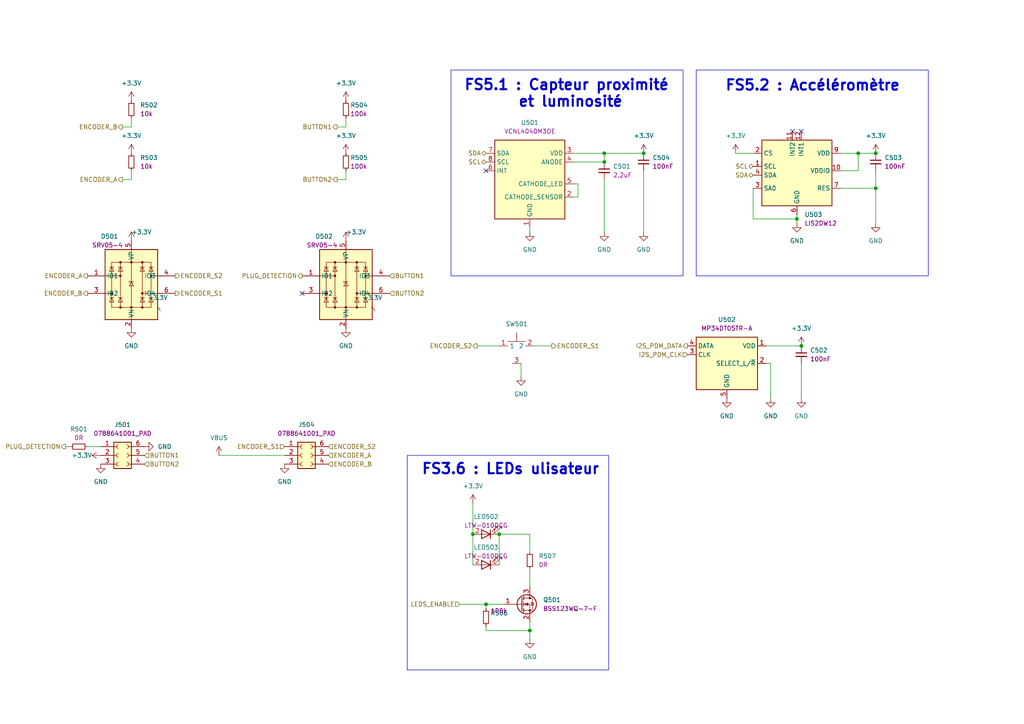
<source format=kicad_sch>
(kicad_sch (version 20231120) (generator "eeschema") (generator_version "8.0")
  (paper "A4")
  (lib_symbols
    (symbol ".mounted-lib:C_0402_100nF_50V_X7R_10%" (pin_numbers hide)
      (property "Reference" "C?" (at 1.905 0 0))
      (property "DisplayValue" "100nF" (at 1.905 1.905 0))
      (symbol "C_0402_100nF_50V_X7R_10%_0_1"
        (polyline (pts (xy -1.524 -0.508) (xy 1.524 -0.508)) (stroke (width 0.3302)))
        (polyline (pts (xy -1.524 0.508) (xy 1.524 0.508)) (stroke (width 0.3048)))
      )
      (symbol "C_0402_100nF_50V_X7R_10%_1_1"
        (pin passive line (at 0 2.54 270) (length 2.032) (name "~") (number "1"))
        (pin passive line (at 0 -2.54 90) (length 2.032) (name "~") (number "2"))
      )
    )
    (symbol ".mounted-lib:C_0603_2.2uF_10V_X7R_10%" (pin_numbers hide)
      (property "Reference" "C?" (at 1.905 0 0))
      (property "DisplayValue" "2.2uF" (at 1.905 1.905 0))
      (symbol "C_0603_2.2uF_10V_X7R_10%_0_1"
        (polyline (pts (xy -1.524 -0.508) (xy 1.524 -0.508)) (stroke (width 0.3302)))
        (polyline (pts (xy -1.524 0.508) (xy 1.524 0.508)) (stroke (width 0.3048)))
      )
      (symbol "C_0603_2.2uF_10V_X7R_10%_1_1"
        (pin passive line (at 0 2.54 270) (length 2.032) (name "~") (number "1"))
        (pin passive line (at 0 -2.54 90) (length 2.032) (name "~") (number "2"))
      )
    )
    (symbol ".mounted-lib:D_SRV05-4"
      (property "Reference" "D?" (at 1.27 6.35 0))
      (property "DisplayValue" "SRV05-4" (at 10.16 -7.62 0))
      (symbol "D_SRV05-4_0_0"
        (rectangle (start -5.715 6.477) (end 5.715 -6.604))
        (polyline (pts (xy -3.175 -6.604) (xy -3.175 6.477)))
        (polyline (pts (xy 3.175 6.477) (xy 3.175 -6.604)))
      )
      (symbol "D_SRV05-4_0_1"
        (rectangle (start -7.62 10.16) (end 7.62 -10.16) (stroke (width 0.254)) (fill (type background)))
        (circle (center -5.715 -2.54) (radius 0.2794) (fill (type outline)))
        (circle (center -3.175 -6.604) (radius 0.2794) (fill (type outline)))
        (circle (center -3.175 2.54) (radius 0.2794) (fill (type outline)))
        (circle (center -3.175 6.477) (radius 0.2794) (fill (type outline)))
        (circle (center 0 -6.604) (radius 0.2794) (fill (type outline)))
        (polyline (pts (xy -7.747 2.54) (xy -3.175 2.54)))
        (polyline (pts (xy -7.62 -2.54) (xy -5.715 -2.54)))
        (polyline (pts (xy -5.08 -3.81) (xy -6.35 -3.81)))
        (polyline (pts (xy -5.08 5.08) (xy -6.35 5.08)))
        (polyline (pts (xy -2.54 -3.81) (xy -3.81 -3.81)))
        (polyline (pts (xy -2.54 5.08) (xy -3.81 5.08)))
        (polyline (pts (xy 0 10.16) (xy 0 -10.16)))
        (polyline (pts (xy 3.81 -3.81) (xy 2.54 -3.81)))
        (polyline (pts (xy 3.81 5.08) (xy 2.54 5.08)))
        (polyline (pts (xy 6.35 -3.81) (xy 5.08 -3.81)))
        (polyline (pts (xy 6.35 5.08) (xy 5.08 5.08)))
        (polyline (pts (xy 7.62 -2.54) (xy 3.175 -2.54)))
        (polyline (pts (xy 7.62 2.54) (xy 5.715 2.54)))
        (polyline (pts (xy 0.635 0.889) (xy -0.635 0.889) (xy -0.635 0.635)))
        (polyline (pts (xy -5.08 -5.08) (xy -6.35 -5.08) (xy -5.715 -3.81) (xy -5.08 -5.08)))
        (polyline (pts (xy -5.08 3.81) (xy -6.35 3.81) (xy -5.715 5.08) (xy -5.08 3.81)))
        (polyline (pts (xy -2.54 -5.08) (xy -3.81 -5.08) (xy -3.175 -3.81) (xy -2.54 -5.08)))
        (polyline (pts (xy -2.54 3.81) (xy -3.81 3.81) (xy -3.175 5.08) (xy -2.54 3.81)))
        (polyline (pts (xy 0.635 -0.381) (xy -0.635 -0.381) (xy 0 0.889) (xy 0.635 -0.381)))
        (polyline (pts (xy 3.81 -5.08) (xy 2.54 -5.08) (xy 3.175 -3.81) (xy 3.81 -5.08)))
        (polyline (pts (xy 3.81 3.81) (xy 2.54 3.81) (xy 3.175 5.08) (xy 3.81 3.81)))
        (polyline (pts (xy 6.35 -5.08) (xy 5.08 -5.08) (xy 5.715 -3.81) (xy 6.35 -5.08)))
        (polyline (pts (xy 6.35 3.81) (xy 5.08 3.81) (xy 5.715 5.08) (xy 6.35 3.81)))
        (circle (center 0 6.477) (radius 0.2794) (fill (type outline)))
        (circle (center 3.175 -6.604) (radius 0.2794) (fill (type outline)))
        (circle (center 3.175 -2.54) (radius 0.2794) (fill (type outline)))
        (circle (center 3.175 6.477) (radius 0.2794) (fill (type outline)))
        (circle (center 5.715 2.54) (radius 0.2794) (fill (type outline)))
      )
      (symbol "D_SRV05-4_1_1"
        (pin passive line (at -12.7 2.54 0) (length 5.08) (name "IO1") (number "1"))
        (pin passive line (at 0 -12.7 90) (length 2.54) (name "VN") (number "2"))
        (pin passive line (at -12.7 -2.54 0) (length 5.08) (name "IO2") (number "3"))
        (pin passive line (at 12.7 2.54 180) (length 5.08) (name "IO3") (number "4"))
        (pin passive line (at 0 12.7 270) (length 2.54) (name "VP") (number "5"))
        (pin passive line (at 12.7 -2.54 180) (length 5.08) (name "IO4") (number "6"))
      )
    )
    (symbol ".mounted-lib:J_0788641001_PAD" (in_bom no)
      (property "Reference" "J?" (at 0 7.62 0))
      (property "DisplayValue" "0788641001_PAD" (at 0 5.08 0))
      (symbol "J_0788641001_PAD_1_1"
        (rectangle (start -2.54 3.81) (end 2.54 -3.81) (stroke (width 0.254)) (fill (type background)))
        (arc (start -1.2722 0.508) (mid -1.778 0) (end -1.2722 -0.508) (stroke (width 0.1524)))
        (arc (start -1.2722 3.048) (mid -1.778 2.54) (end -1.2722 2.032) (stroke (width 0.1524)))
        (arc (start -1.27 -2.032) (mid -1.7758 -2.54) (end -1.27 -3.048) (stroke (width 0.1524)))
        (polyline (pts (xy -2.5422 0) (xy -1.7802 0)) (stroke (width 0.1524)))
        (polyline (pts (xy -2.5422 2.54) (xy -1.7802 2.54)) (stroke (width 0.1524)))
        (polyline (pts (xy -2.54 -2.54) (xy -1.778 -2.54)) (stroke (width 0.1524)))
        (polyline (pts (xy 2.54 0) (xy 1.778 0)) (stroke (width 0.1524)))
        (polyline (pts (xy 2.54 2.54) (xy 1.778 2.54)) (stroke (width 0.1524)))
        (polyline (pts (xy 2.5422 -2.54) (xy 1.7802 -2.54)) (stroke (width 0.1524)))
        (arc (start 1.27 -0.508) (mid 1.7758 0) (end 1.27 0.508) (stroke (width 0.1524)))
        (arc (start 1.27 2.032) (mid 1.7758 2.54) (end 1.27 3.048) (stroke (width 0.1524)))
        (arc (start 1.2722 -3.048) (mid 1.778 -2.54) (end 1.2722 -2.032) (stroke (width 0.1524)))
        (pin passive line (at -6.35 2.54 0) (length 3.81) (name "") (number "1"))
        (pin passive line (at -6.35 0 0) (length 3.81) (name "") (number "2"))
        (pin passive line (at -6.35 -2.54 0) (length 3.81) (name "") (number "3"))
        (pin passive line (at 6.35 -2.54 180) (length 3.81) (name "") (number "4"))
        (pin passive line (at 6.35 0 180) (length 3.81) (name "") (number "5"))
        (pin passive line (at 6.35 2.54 180) (length 3.81) (name "") (number "6"))
      )
    )
    (symbol ".mounted-lib:LED_LTW-010DCG" (pin_names hide)
      (property "Reference" "LED?" (at -5.08 7.62 0))
      (property "DisplayValue" "LTW-010DCG" (at -5.08 3.81 0))
      (symbol "LED_LTW-010DCG_0_1"
        (polyline (pts (xy 1.27 0) (xy -1.27 0)))
        (polyline (pts (xy 1.27 1.27) (xy 1.27 -1.27)) (stroke (width 0.254)))
        (polyline (pts (xy -1.27 1.27) (xy -1.27 -1.27) (xy 1.27 0) (xy -1.27 1.27)) (stroke (width 0.254)))
        (polyline (pts (xy 1.778 0.762) (xy 3.302 2.286) (xy 2.54 2.286) (xy 3.302 2.286) (xy 3.302 1.524)))
        (polyline (pts (xy 3.048 0.762) (xy 4.572 2.286) (xy 3.81 2.286) (xy 4.572 2.286) (xy 4.572 1.524)))
      )
      (symbol "LED_LTW-010DCG_1_1"
        (pin passive line (at 3.81 0 180) (length 2.54) (name "K") (number "1"))
        (pin passive line (at -3.81 0 0) (length 2.54) (name "A") (number "2"))
      )
    )
    (symbol ".mounted-lib:Q_BSS123WQ-7-F" (pin_names hide)
      (property "Reference" "Q?" (at 5.08 1.905 0))
      (property "DisplayValue" "BSS123WQ-7-F" (at 5.08 0 0))
      (symbol "Q_BSS123WQ-7-F_0_1"
        (polyline (pts (xy 0.254 0) (xy -2.54 0)))
        (polyline (pts (xy 0.254 1.905) (xy 0.254 -1.905)) (stroke (width 0.254)))
        (polyline (pts (xy 0.762 -1.27) (xy 0.762 -2.286)) (stroke (width 0.254)))
        (polyline (pts (xy 0.762 0.508) (xy 0.762 -0.508)) (stroke (width 0.254)))
        (polyline (pts (xy 0.762 2.286) (xy 0.762 1.27)) (stroke (width 0.254)))
        (polyline (pts (xy 2.54 2.54) (xy 2.54 1.778)))
        (polyline (pts (xy 2.54 -2.54) (xy 2.54 0) (xy 0.762 0)))
        (polyline (pts (xy 0.762 -1.778) (xy 3.302 -1.778) (xy 3.302 1.778) (xy 0.762 1.778)))
        (polyline (pts (xy 1.016 0) (xy 2.032 0.381) (xy 2.032 -0.381) (xy 1.016 0)) (fill (type outline)))
        (polyline (pts (xy 2.794 0.508) (xy 2.921 0.381) (xy 3.683 0.381) (xy 3.81 0.254)))
        (polyline (pts (xy 3.302 0.381) (xy 2.921 -0.254) (xy 3.683 -0.254) (xy 3.302 0.381)))
        (circle (center 1.651 0) (radius 2.794) (stroke (width 0.254)))
        (circle (center 2.54 -1.778) (radius 0.254) (fill (type outline)))
        (circle (center 2.54 1.778) (radius 0.254) (fill (type outline)))
      )
      (symbol "Q_BSS123WQ-7-F_1_1"
        (pin input line (at -5.08 0 0) (length 2.54) (name "G") (number "1"))
        (pin passive line (at 2.54 -5.08 90) (length 2.54) (name "S") (number "2"))
        (pin passive line (at 2.54 5.08 270) (length 2.54) (name "D") (number "3"))
      )
    )
    (symbol ".mounted-lib:R_0402_0R_1%_0.06W" (pin_numbers hide)
      (property "Reference" "R?" (at 1.27 0 0))
      (property "DisplayValue" "0R" (at 1.27 1.905 0))
      (symbol "R_0402_0R_1%_0.06W_0_1"
        (rectangle (start -0.762 1.778) (end 0.762 -1.778) (stroke (width 0.2032)))
      )
      (symbol "R_0402_0R_1%_0.06W_1_1"
        (pin passive line (at 0 2.54 270) (length 0.762) (name "~") (number "1"))
        (pin passive line (at 0 -2.54 90) (length 0.762) (name "~") (number "2"))
      )
    )
    (symbol ".mounted-lib:R_0402_100k_1%_0.06W" (pin_numbers hide)
      (property "Reference" "R?" (at 1.27 0 0))
      (property "DisplayValue" "100k" (at 1.27 1.905 0))
      (symbol "R_0402_100k_1%_0.06W_0_1"
        (rectangle (start -0.762 1.778) (end 0.762 -1.778) (stroke (width 0.2032)))
      )
      (symbol "R_0402_100k_1%_0.06W_1_1"
        (pin passive line (at 0 2.54 270) (length 0.762) (name "~") (number "1"))
        (pin passive line (at 0 -2.54 90) (length 0.762) (name "~") (number "2"))
      )
    )
    (symbol ".mounted-lib:R_0402_10k_1%_0.06W" (pin_numbers hide)
      (property "Reference" "R?" (at 1.27 0 0))
      (property "DisplayValue" "10k" (at 1.27 1.905 0))
      (symbol "R_0402_10k_1%_0.06W_0_1"
        (rectangle (start -0.762 1.778) (end 0.762 -1.778) (stroke (width 0.2032)))
      )
      (symbol "R_0402_10k_1%_0.06W_1_1"
        (pin passive line (at 0 2.54 270) (length 0.762) (name "~") (number "1"))
        (pin passive line (at 0 -2.54 90) (length 0.762) (name "~") (number "2"))
      )
    )
    (symbol ".mounted-lib:SW_SKRTLAE010"
      (property "Reference" "SW?" (at -2.54 3.81 0))
      (symbol "SW_SKRTLAE010_0_1"
        (polyline (pts (xy 0 2.54) (xy 0 0) (xy 2.54 0) (xy -2.54 0)))
      )
      (symbol "SW_SKRTLAE010_1_1"
        (pin input line (at -5.08 -1.27 0) (length 2.54) (name "1") (number "1"))
        (pin output line (at 5.08 -1.27 180) (length 2.54) (name "2") (number "2"))
        (pin passive line (at 1.27 -6.35 180) (length 2.54) (name "") (number "3"))
      )
    )
    (symbol ".mounted-lib:U_LIS2DW12"
      (property "Reference" "U?" (at -11.43 26.67 0))
      (property "DisplayValue" "LIS2DW12" (at -40.64 19.05 0))
      (symbol "U_LIS2DW12_0_1"
        (rectangle (start -10.16 10.16) (end 10.16 -8.89) (stroke (width 0.254)) (fill (type background)))
      )
      (symbol "U_LIS2DW12_1_0"
        (pin power_in line (at 12.7 1.27 180) (length 2.54) (name "VDDIO") (number "10"))
        (pin power_in line (at -1.27 12.7 270) (length 2.54) (name "INT2") (number "11"))
        (pin power_in line (at 1.27 12.7 270) (length 2.54) (name "INT1") (number "12"))
        (pin no_connect line (at -3.81 -11.43 90) (length 2.54) hide (name "NC") (number "5"))
        (pin passive line (at 0 -11.43 90) (length 2.54) (name "GND") (number "6"))
        (pin passive line (at 12.7 -3.81 180) (length 2.54) (name "RES") (number "7"))
        (pin passive line (at 0 -11.43 90) (length 2.54) hide (name "GND") (number "8"))
        (pin power_in line (at 12.7 6.35 180) (length 2.54) (name "VDD") (number "9"))
      )
      (symbol "U_LIS2DW12_1_1"
        (pin passive line (at -12.7 2.54 0) (length 2.54) (name "SCL") (number "1"))
        (pin passive line (at -12.7 6.35 0) (length 2.54) (name "CS") (number "2"))
        (pin passive line (at -12.7 -3.81 0) (length 2.54) (name "SA0") (number "3"))
        (pin passive line (at -12.7 0 0) (length 2.54) (name "SDA") (number "4"))
      )
    )
    (symbol ".mounted-lib:U_MP34DT05TR-A"
      (property "Reference" "U?" (at -8.89 12.7 0))
      (property "DisplayValue" "MP34DT05TR-A" (at -8.89 10.16 0))
      (symbol "U_MP34DT05TR-A_0_1"
        (rectangle (start -8.89 7.62) (end 8.89 -7.62) (stroke (width 0.254)) (fill (type background)))
      )
      (symbol "U_MP34DT05TR-A_1_0"
        (pin power_in line (at 11.43 5.08 180) (length 2.54) (name "VDD") (number "1"))
        (pin passive line (at 11.43 0 180) (length 2.54) (name "SELECT_L/~{R}") (number "2"))
        (pin input line (at -11.43 2.54 0) (length 2.54) (name "CLK") (number "3"))
        (pin passive line (at 0 -10.16 90) (length 2.54) (name "GND") (number "5"))
      )
      (symbol "U_MP34DT05TR-A_1_1"
        (pin output line (at -11.43 5.08 0) (length 2.54) (name "DATA") (number "4"))
      )
    )
    (symbol ".mounted-lib:U_VCNL4040M3OE"
      (property "Reference" "U?" (at -10.16 15.24 0))
      (property "DisplayValue" "VCNL4040M3OE" (at -10.16 12.7 0))
      (symbol "U_VCNL4040M3OE_0_1"
        (rectangle (start -10.16 11.43) (end 10.16 -11.43) (stroke (width 0.254)) (fill (type background)))
      )
      (symbol "U_VCNL4040M3OE_1_0"
        (pin passive line (at 12.7 -5.08 180) (length 2.54) (name "CATHODE_SENSOR") (number "2"))
        (pin power_in line (at 12.7 7.62 180) (length 2.54) (name "VDD") (number "3"))
        (pin passive line (at 12.7 5.08 180) (length 2.54) (name "ANODE") (number "4"))
        (pin passive line (at 12.7 -1.27 180) (length 2.54) (name "CATHODE_LED") (number "5"))
        (pin passive line (at -12.7 2.54 0) (length 2.54) (name "INT") (number "6"))
        (pin passive line (at -12.7 7.62 0) (length 2.54) (name "SDA") (number "7"))
        (pin passive line (at -12.7 5.08 0) (length 2.54) (name "SCL") (number "8"))
      )
      (symbol "U_VCNL4040M3OE_1_1"
        (pin passive line (at 0 -13.97 90) (length 2.54) (name "GND") (number "1"))
      )
    )
    (symbol "power:+3.3V" (power) (pin_names (offset 0))
      (property "Value" "+3.3V" (at 0 3.556 0))
      (symbol "+3.3V_0_1"
        (polyline (pts (xy -0.762 1.27) (xy 0 2.54)))
        (polyline (pts (xy 0 0) (xy 0 2.54)))
        (polyline (pts (xy 0 2.54) (xy 0.762 1.27)))
      )
      (symbol "+3.3V_1_1"
        (pin power_in line (at 0 0 90) (length 0) hide (name "+3.3V") (number "1"))
      )
    )
    (symbol "power:GND" (power) (pin_names (offset 0))
      (property "Value" "GND" (at 0 -3.81 0))
      (symbol "GND_0_1"
        (polyline (pts (xy 0 0) (xy 0 -1.27) (xy 1.27 -1.27) (xy 0 -2.54) (xy -1.27 -1.27) (xy 0 -1.27)))
      )
      (symbol "GND_1_1"
        (pin power_in line (at 0 0 270) (length 0) hide (name "GND") (number "1"))
      )
    )
    (symbol "power:VBUS" (power) (pin_names (offset 0))
      (property "Value" "VBUS" (at 0 3.81 0))
      (symbol "VBUS_0_1"
        (polyline (pts (xy -0.762 1.27) (xy 0 2.54)))
        (polyline (pts (xy 0 0) (xy 0 2.54)))
        (polyline (pts (xy 0 2.54) (xy 0.762 1.27)))
      )
      (symbol "VBUS_1_1"
        (pin power_in line (at 0 0 90) (length 0) hide (name "VBUS") (number "1"))
      )
    )
  )
  (junction (at 144.78 154.94))
  (junction (at 175.26 44.45))
  (junction (at 248.92 44.45))
  (junction (at 186.69 44.45))
  (junction (at 137.16 154.94))
  (junction (at 175.26 46.99))
  (junction (at 232.41 100.33))
  (junction (at 140.97 175.26))
  (junction (at 254 44.45))
  (junction (at 231.14 63.5))
  (junction (at 153.67 182.88))
  (junction (at 254 54.61))
  (no_connect (at 140.97 49.53))
  (no_connect (at 229.87 38.1))
  (no_connect (at 232.41 38.1))
  (no_connect (at 87.63 85.09))
  (wire (pts (xy 175.26 67.31) (xy 175.26 52.07)))
  (wire (pts (xy 248.92 44.45) (xy 254 44.45)))
  (wire (pts (xy 100.33 52.07) (xy 100.33 49.53)))
  (wire (pts (xy 100.33 36.83) (xy 100.33 34.29)))
  (wire (pts (xy 248.92 49.53) (xy 248.92 44.45)))
  (wire (pts (xy 140.97 181.61) (xy 140.97 182.88)))
  (wire (pts (xy 153.67 154.94) (xy 144.78 154.94)))
  (wire (pts (xy 137.16 154.94) (xy 137.16 163.83)))
  (wire (pts (xy 231.14 64.77) (xy 231.14 63.5)))
  (wire (pts (xy 222.25 100.33) (xy 232.41 100.33)))
  (wire (pts (xy 243.84 54.61) (xy 254 54.61)))
  (wire (pts (xy 153.67 160.02) (xy 153.67 154.94)))
  (wire (pts (xy 19.05 129.54) (xy 20.32 129.54)))
  (wire (pts (xy 97.79 36.83) (xy 100.33 36.83)))
  (wire (pts (xy 218.44 63.5) (xy 231.14 63.5)))
  (wire (pts (xy 63.5 132.08) (xy 82.55 132.08)))
  (wire (pts (xy 175.26 44.45) (xy 175.26 46.99)))
  (wire (pts (xy 144.78 154.94) (xy 144.78 163.83)))
  (wire (pts (xy 133.35 175.26) (xy 140.97 175.26)))
  (wire (pts (xy 254 54.61) (xy 254 64.77)))
  (wire (pts (xy 218.44 54.61) (xy 218.44 63.5)))
  (wire (pts (xy 35.56 52.07) (xy 38.1 52.07)))
  (wire (pts (xy 254 49.53) (xy 254 54.61)))
  (wire (pts (xy 213.36 44.45) (xy 218.44 44.45)))
  (wire (pts (xy 153.67 165.1) (xy 153.67 170.18)))
  (wire (pts (xy 175.26 44.45) (xy 186.69 44.45)))
  (wire (pts (xy 186.69 67.31) (xy 186.69 49.53)))
  (wire (pts (xy 35.56 36.83) (xy 38.1 36.83)))
  (wire (pts (xy 166.37 53.34) (xy 167.64 53.34)))
  (wire (pts (xy 166.37 44.45) (xy 175.26 44.45)))
  (wire (pts (xy 38.1 36.83) (xy 38.1 34.29)))
  (wire (pts (xy 167.64 57.15) (xy 166.37 57.15)))
  (wire (pts (xy 153.67 180.34) (xy 153.67 182.88)))
  (wire (pts (xy 25.4 129.54) (xy 29.21 129.54)))
  (wire (pts (xy 38.1 52.07) (xy 38.1 49.53)))
  (wire (pts (xy 223.52 105.41) (xy 223.52 115.57)))
  (wire (pts (xy 153.67 182.88) (xy 153.67 185.42)))
  (wire (pts (xy 222.25 105.41) (xy 223.52 105.41)))
  (wire (pts (xy 243.84 44.45) (xy 248.92 44.45)))
  (wire (pts (xy 140.97 176.53) (xy 140.97 175.26)))
  (wire (pts (xy 97.79 52.07) (xy 100.33 52.07)))
  (wire (pts (xy 231.14 63.5) (xy 231.14 62.23)))
  (wire (pts (xy 140.97 175.26) (xy 146.05 175.26)))
  (wire (pts (xy 153.67 67.31) (xy 153.67 66.04)))
  (wire (pts (xy 151.13 109.22) (xy 151.13 105.41)))
  (wire (pts (xy 167.64 53.34) (xy 167.64 57.15)))
  (wire (pts (xy 137.16 146.05) (xy 137.16 154.94)))
  (wire (pts (xy 243.84 49.53) (xy 248.92 49.53)))
  (wire (pts (xy 138.43 100.33) (xy 144.78 100.33)))
  (wire (pts (xy 160.02 100.33) (xy 154.94 100.33)))
  (wire (pts (xy 140.97 182.88) (xy 153.67 182.88)))
  (wire (pts (xy 166.37 46.99) (xy 175.26 46.99)))
  (wire (pts (xy 232.41 105.41) (xy 232.41 115.57)))
  (rectangle (start 201.93 20.32) (end 269.24 80.01))
  (rectangle (start 118.11 132.08) (end 176.53 194.31))
  (rectangle (start 130.81 20.32) (end 198.12 80.01))
  (text "FS5.2 : Accéléromètre" (at 235.712 24.892 0) (effects (font (size 3 3) (thickness 0.6) (bold yes))))
  (text "FS5.1 : Capteur proximité\n et luminosité" (at 164.338 27.178 0) (effects (font (size 3 3) (thickness 0.6) (bold yes))))
  (text "FS3.6 : LEDs ulisateur" (at 148.082 136.144 0) (effects (font (size 3 3) (thickness 0.6) (bold yes))))
  (hierarchical_label "ENCODER_A" (shape output) (at 35.56 52.07 180))
  (hierarchical_label "PLUG_DETECTION" (shape output) (at 87.63 80.01 180))
  (hierarchical_label "ENCODER_A" (shape output) (at 25.4 80.01 180))
  (hierarchical_label "ENCODER_S2" (shape input) (at 95.25 129.54 0))
  (hierarchical_label "ENCODER_B" (shape output) (at 25.4 85.09 180))
  (hierarchical_label "BUTTON1" (shape input) (at 113.03 80.01 0))
  (hierarchical_label "ENCODER_B" (shape input) (at 95.25 134.62 0))
  (hierarchical_label "SCL" (shape bidirectional) (at 140.97 46.99 180))
  (hierarchical_label "I2S_PDM_DATA" (shape output) (at 199.39 100.33 180))
  (hierarchical_label "BUTTON1" (shape input) (at 41.91 132.08 0))
  (hierarchical_label "ENCODER_S2" (shape output) (at 138.43 100.33 180))
  (hierarchical_label "BUTTON2" (shape output) (at 97.79 52.07 180))
  (hierarchical_label "ENCODER_S2" (shape output) (at 50.8 80.01 0))
  (hierarchical_label "BUTTON2" (shape input) (at 41.91 134.62 0))
  (hierarchical_label "SDA" (shape bidirectional) (at 140.97 44.45 180))
  (hierarchical_label "ENCODER_S1" (shape output) (at 50.8 85.09 0))
  (hierarchical_label "BUTTON1" (shape output) (at 97.79 36.83 180))
  (hierarchical_label "LEDS_ENABLE" (shape input) (at 133.35 175.26 180))
  (hierarchical_label "SCL" (shape bidirectional) (at 218.44 48.26 180))
  (hierarchical_label "SDA" (shape bidirectional) (at 218.44 50.8 180))
  (hierarchical_label "BUTTON2" (shape input) (at 113.03 85.09 0))
  (hierarchical_label "ENCODER_S1" (shape input) (at 82.55 129.54 180))
  (hierarchical_label "ENCODER_B" (shape output) (at 35.56 36.83 180))
  (hierarchical_label "PLUG_DETECTION" (shape output) (at 19.05 129.54 180))
  (hierarchical_label "I2S_PDM_CLK" (shape input) (at 199.39 102.87 180))
  (hierarchical_label "ENCODER_S1" (shape output) (at 160.02 100.33 0))
  (hierarchical_label "ENCODER_A" (shape input) (at 95.25 132.08 0))
  (symbol (lib_id ".mounted-lib:LED_LTW-010DCG") (at 140.97 163.83 0) (unit 1)
    (property "Reference" "LED503" (at 140.97 158.75 0))
    (property "Value" "LED_LTW-010DCG" (effects (hide yes)))
    (property "Footprint" ".mounted-lib:LED_LTW-010DCG" (effects (hide yes)))
    (property "Datasheet" "https://optoelectronics.liteon.com/upload/download/DS22-2010-0013/LTW-010DCG%20DS_171030.PDF" (effects (hide yes)))
    (property "Manufacturer" "Lite-On" (effects (hide yes)))
    (property "MPN" "LTW-010DCG" (effects (hide yes)))
    (property "DisplayValue" "LTW-010DCG" (at 140.97 161.29 0))
    (property "CMP_ID" "1089" (effects (hide yes)))
    (property "Category" "DIODE" (effects (hide yes)))
    (property "Family" "LED" (effects (hide yes)))
    (property "_Created" "JCN 2023-11-21" (effects (hide yes)))
    (property "Mount" "SMD" (effects (hide yes)))
    (property "Package" "LTW-010" (effects (hide yes)))
    (property "TempMin_C" "-30°C" (effects (hide yes)))
    (property "TempMax_C" "+85°C" (effects (hide yes)))
    (property "Automotive" "N" (effects (hide yes)))
    (property "MaxHeight_mm" "0.4mm" (effects (hide yes)))
  )
  (symbol (lib_id "power:GND") (at 223.52 115.57 0) (unit 1)
    (property "Reference" "#PWR0523" (effects (hide yes)))
    (property "Value" "GND" (at 223.52 120.65 0))
  )
  (symbol (lib_id "power:GND") (at 254 64.77 0) (unit 1)
    (property "Reference" "#PWR0528" (effects (hide yes)))
    (property "Value" "GND" (at 254 69.85 0))
  )
  (symbol (lib_id ".mounted-lib:R_0402_100k_1%_0.06W") (at 140.97 179.07 0) (unit 1)
    (property "Reference" "R506" (at 142.24 177.8 0) (effects (justify left)))
    (property "Value" "R_0402_100k_1%_0.06W" (effects (hide yes)))
    (property "Footprint" ".mounted-lib:R_0402_1005Metric" (effects (hide yes)))
    (property "Datasheet" "http://127.0.0.1" (effects (hide yes)))
    (property "DisplayValue" "100k" (at 142.24 177.165 0) (effects (justify left)))
    (property "CMP_ID" "1068" (effects (hide yes)))
    (property "Category" "RESISTOR" (effects (hide yes)))
    (property "Family" "THICK FILM" (effects (hide yes)))
    (property "_Created" "JCN 2023-11-24" (effects (hide yes)))
    (property "_Checked" "JCN 2022-05-18" (effects (hide yes)))
    (property "Mount" "SMD" (effects (hide yes)))
    (property "Package" "R0402" (effects (hide yes)))
    (property "TempMin_C" "-55°C" (effects (hide yes)))
    (property "TempMax_C" "155°C" (effects (hide yes)))
    (property "Automotive" "Y" (effects (hide yes)))
    (property "MaxHeight_mm" "0.35mm" (effects (hide yes)))
    (property "Tolerance" "1%" (effects (hide yes)))
    (property "Power_W" "0.06W" (effects (hide yes)))
  )
  (symbol (lib_id "power:+3.3V") (at 107.95 91.44 0) (unit 1)
    (property "Reference" "#PWR0515" (effects (hide yes)))
    (property "Value" "+3.3V" (at 107.95 86.36 0))
  )
  (symbol (lib_id "power:GND") (at 82.55 134.62 0) (unit 1)
    (property "Reference" "#PWR0510" (effects (hide yes)))
    (property "Value" "GND" (at 82.55 139.7 0))
  )
  (symbol (lib_id ".mounted-lib:U_MP34DT05TR-A") (at 210.82 105.41 0) (unit 1)
    (property "Reference" "U502" (at 210.82 92.71 0))
    (property "Value" "MP34DT05TR-A" (effects (hide yes)))
    (property "Footprint" ".mounted-lib:U_MP34DT05TR-A" (effects (hide yes)))
    (property "Datasheet" "https://www.st.com/content/ccc/resource/technical/document/datasheet/group3/c7/90/d3/f6/b7/e7/40/c8/DM00415595/files/DM00415595.pdf/jcr:content/translations/en.DM00415595.pdf" (effects (hide yes)))
    (property "Manufacturer" "ST" (effects (hide yes)))
    (property "MPN" "MP34DT05TR-A" (effects (hide yes)))
    (property "DisplayValue" "MP34DT05TR-A" (at 210.82 95.25 0))
    (property "CMP_ID" "1085" (effects (hide yes)))
    (property "Category" "IC" (effects (hide yes)))
    (property "Family" "PDM MICROPHONE" (effects (hide yes)))
    (property "_Created" "JCN 2023-11-16" (effects (hide yes)))
    (property "_Checked" "___Checked" (effects (hide yes)))
    (property "_Confirmed" "___Confirmed" (effects (hide yes)))
    (property "Mount" "SMD" (effects (hide yes)))
    (property "Package" "HCLGA" (effects (hide yes)))
    (property "PartStatus" "___PartStatus" (effects (hide yes)))
    (property "TempMin_C" "-40°C" (effects (hide yes)))
    (property "TempMax_C" "85°C" (effects (hide yes)))
    (property "Automotive" "N" (effects (hide yes)))
    (property "MaxHeight_mm" "1mm" (effects (hide yes)))
  )
  (symbol (lib_id ".mounted-lib:C_0603_2.2uF_10V_X7R_10%") (at 175.26 49.53 0) (unit 1)
    (property "Reference" "C501" (at 177.8 48.2663 0) (effects (justify left)))
    (property "Value" "C_0603_2.2uF_10V_X7R_10%" (effects (hide yes)))
    (property "Footprint" ".mounted-lib:C_0603_1608Metric" (effects (hide yes)))
    (property "Datasheet" "http://127.0.0.1" (effects (hide yes)))
    (property "DisplayValue" "2.2uF" (at 177.8 50.8063 0) (effects (justify left)))
    (property "CMP_ID" "1064" (effects (hide yes)))
    (property "Category" "CAPACITOR" (effects (hide yes)))
    (property "Family" "MLCC" (effects (hide yes)))
    (property "_Created" "CCN 2022-05-12" (effects (hide yes)))
    (property "_Checked" "JCN 2022-05-18" (effects (hide yes)))
    (property "_Confirmed" "_Confirmed" (effects (hide yes)))
    (property "Mount" "SMD" (effects (hide yes)))
    (property "Package" "0603" (effects (hide yes)))
    (property "TempMin_C" "-55°C" (effects (hide yes)))
    (property "TempMax_C" "125°C" (effects (hide yes)))
    (property "Automotive" "N" (effects (hide yes)))
    (property "MaxHeight_mm" "0.8mm" (effects (hide yes)))
    (property "Voltage" "10V" (effects (hide yes)))
    (property "Dielectric" "X7R" (effects (hide yes)))
    (property "Tolerance" "10%" (effects (hide yes)))
  )
  (symbol (lib_id "power:GND") (at 175.26 67.31 0) (unit 1)
    (property "Reference" "#PWR0524" (effects (hide yes)))
    (property "Value" "GND" (at 175.26 72.39 0))
  )
  (symbol (lib_id "power:+3.3V") (at 213.36 44.45 0) (unit 1)
    (property "Reference" "#PWR0519" (effects (hide yes)))
    (property "Value" "+3.3V" (at 213.36 39.37 0))
  )
  (symbol (lib_id "power:GND") (at 210.82 115.57 0) (unit 1)
    (property "Reference" "#PWR0521" (effects (hide yes)))
    (property "Value" "GND" (at 210.82 120.65 0))
  )
  (symbol (lib_id "power:GND") (at 38.1 95.25 0) (unit 1)
    (property "Reference" "#PWR0506" (effects (hide yes)))
    (property "Value" "GND" (at 38.1 100.33 0))
  )
  (symbol (lib_id ".mounted-lib:U_VCNL4040M3OE") (at 153.67 52.07 0) (unit 1)
    (property "Reference" "U501" (at 153.67 35.56 0))
    (property "Value" "U_VCNL4040M3OE" (effects (hide yes)))
    (property "Footprint" ".mounted-lib:VCNL4040_4X2X1.1_VISHAY" (effects (hide yes)))
    (property "Datasheet" "https://datasheet.lcsc.com/lcsc/1811090420_Vishay-Intertech-VCNL4040M3OE_C142526.pdf" (effects (hide yes)))
    (property "Manufacturer" "VISHAY" (effects (hide yes)))
    (property "MPN" "VCNL4040M3OE" (effects (hide yes)))
    (property "DisplayValue" "VCNL4040M3OE" (at 153.67 38.1 0))
    (property "CMP_ID" "1063" (effects (hide yes)))
    (property "Category" "IC" (effects (hide yes)))
    (property "Family" "PROXIMITY SENSOR" (effects (hide yes)))
    (property "_Created" "JCN 2023-11-11" (effects (hide yes)))
    (property "_Checked" "___Checked" (effects (hide yes)))
    (property "_Confirmed" "___Confirmed" (effects (hide yes)))
    (property "Mount" "SMD" (effects (hide yes)))
    (property "Package" " SMD-8P" (effects (hide yes)))
    (property "PartStatus" "___PartStatus" (effects (hide yes)))
    (property "TempMin_C" "-40°C" (effects (hide yes)))
    (property "TempMax_C" "85°C" (effects (hide yes)))
    (property "Automotive" "N" (effects (hide yes)))
    (property "MaxHeight_mm" "1.1mm" (effects (hide yes)))
  )
  (symbol (lib_id ".mounted-lib:R_0402_100k_1%_0.06W") (at 100.33 46.99 0) (unit 1)
    (property "Reference" "R505" (at 101.6 45.72 0) (effects (justify left)))
    (property "Value" "R_0402_100k_1%_0.06W" (effects (hide yes)))
    (property "Footprint" ".mounted-lib:R_0402_1005Metric" (effects (hide yes)))
    (property "Datasheet" "http://127.0.0.1" (effects (hide yes)))
    (property "DisplayValue" "100k" (at 101.6 48.26 0) (effects (justify left)))
    (property "CMP_ID" "1068" (effects (hide yes)))
    (property "Category" "RESISTOR" (effects (hide yes)))
    (property "Family" "THICK FILM" (effects (hide yes)))
    (property "_Created" "JCN 2023-11-24" (effects (hide yes)))
    (property "_Checked" "JCN 2022-05-18" (effects (hide yes)))
    (property "Mount" "SMD" (effects (hide yes)))
    (property "Package" "R0402" (effects (hide yes)))
    (property "TempMin_C" "-55°C" (effects (hide yes)))
    (property "TempMax_C" "155°C" (effects (hide yes)))
    (property "Automotive" "Y" (effects (hide yes)))
    (property "MaxHeight_mm" "0.35mm" (effects (hide yes)))
    (property "Tolerance" "1%" (effects (hide yes)))
    (property "Power_W" "0.06W" (effects (hide yes)))
  )
  (symbol (lib_id ".mounted-lib:D_SRV05-4") (at 38.1 82.55 0) (unit 1)
    (property "Reference" "D501" (at 29.21 68.58 0) (effects (justify left)))
    (property "Value" "D_SRV05-4" (effects (hide yes)))
    (property "Footprint" ".mounted-lib:SOT-23-6_TECH_PUBLIC" (effects (hide yes)))
    (property "Datasheet" "https://datasheet.lcsc.com/lcsc/2108131930_TECH-PUBLIC-SRV05-4_C558418.pdf" (effects (hide yes)))
    (property "Manufacturer" "TECH PUBLIC" (effects (hide yes)))
    (property "MPN" "SRV05-4" (effects (hide yes)))
    (property "DisplayValue" "SRV05-4" (at 26.67 71.12 0) (effects (justify left)))
    (property "CMP_ID" "1053" (effects (hide yes)))
    (property "Category" "DIODE" (effects (hide yes)))
    (property "Family" "TVS" (effects (hide yes)))
    (property "_Created" "MAR 2022-07-25" (effects (hide yes)))
    (property "Mount" "SMD" (effects (hide yes)))
    (property "Package" "SOT-23-6" (effects (hide yes)))
    (property "TempMin_C" "-55°C" (effects (hide yes)))
    (property "TempMax_C" "150°C" (effects (hide yes)))
    (property "Automotive" "N" (effects (hide yes)))
    (property "MaxHeight_mm" "1.45 mm" (effects (hide yes)))
  )
  (symbol (lib_id "power:+3.3V") (at 38.1 29.21 0) (mirror y) (unit 1)
    (property "Reference" "#PWR0503" (effects (hide yes)))
    (property "Value" "+3.3V" (at 38.1 24.13 0))
  )
  (symbol (lib_id ".mounted-lib:Q_BSS123WQ-7-F") (at 151.13 175.26 0) (unit 1)
    (property "Reference" "Q501" (at 157.48 173.99 0) (effects (justify left)))
    (property "Value" "Q_BSS123WQ-7-F" (effects (hide yes)))
    (property "Footprint" ".mounted-lib:SOT-323_SC-70_DIODES_INC" (effects (hide yes)))
    (property "Datasheet" "https://www.diodes.com/assets/Datasheets/BSS123WQ.pdf" (effects (hide yes)))
    (property "Manufacturer" "DIODES INCORPORATED" (effects (hide yes)))
    (property "MPN" "BSS123WQ-7-F" (effects (hide yes)))
    (property "DisplayValue" "BSS123WQ-7-F" (at 157.48 176.53 0) (effects (justify left)))
    (property "CMP_ID" "1094" (effects (hide yes)))
    (property "Category" "TRANSISTOR" (effects (hide yes)))
    (property "Family" "MOSFET" (effects (hide yes)))
    (property "_Created" "CCN 2022-05-13" (effects (hide yes)))
    (property "_Checked" "LTT 2022-05-21" (effects (hide yes)))
    (property "Mount" "SMD" (effects (hide yes)))
    (property "Package" "SOT-323" (effects (hide yes)))
    (property "TempMin_C" "-55°C" (effects (hide yes)))
    (property "TempMax_C" "150°C" (effects (hide yes)))
    (property "Automotive" "N" (effects (hide yes)))
    (property "Power_W" "200mW" (effects (hide yes)))
    (property "Vds_V" "100V" (effects (hide yes)))
    (property "Id_A" "170mA" (effects (hide yes)))
    (property "RdsTyp" "6R" (effects (hide yes)))
    (property "RdsMax" "10R" (effects (hide yes)))
  )
  (symbol (lib_id "power:GND") (at 153.67 67.31 0) (unit 1)
    (property "Reference" "#PWR0520" (effects (hide yes)))
    (property "Value" "GND" (at 153.67 72.39 0))
  )
  (symbol (lib_id "power:+3.3V") (at 38.1 44.45 0) (mirror y) (unit 1)
    (property "Reference" "#PWR0504" (effects (hide yes)))
    (property "Value" "+3.3V" (at 38.1 39.37 0))
  )
  (symbol (lib_id "power:+3.3V") (at 38.1 69.85 0) (unit 1)
    (property "Reference" "#PWR0505" (effects (hide yes)))
    (property "Value" "+3.3V" (at 38.1 67.31 0) (effects (justify left)))
  )
  (symbol (lib_id ".mounted-lib:R_0402_10k_1%_0.06W") (at 38.1 46.99 0) (mirror y) (unit 1)
    (property "Reference" "R503" (at 40.64 45.72 0) (effects (justify right)))
    (property "Value" "R_0603_10k_1%_0.1W" (effects (hide yes)))
    (property "Footprint" ".mounted-lib:R_0402_1005Metric" (effects (hide yes)))
    (property "Datasheet" "http://127.0.0.1" (effects (hide yes)))
    (property "DisplayValue" "10k" (at 40.64 48.26 0) (effects (justify right)))
    (property "CMP_ID" "1070" (effects (hide yes)))
    (property "Category" "RESISTOR" (effects (hide yes)))
    (property "Family" "THICK FILM" (effects (hide yes)))
    (property "_Created" "JCN 2023-11-12" (effects (hide yes)))
    (property "Mount" "SMD" (effects (hide yes)))
    (property "Package" "R0402" (effects (hide yes)))
    (property "TempMin_C" "-55°C" (effects (hide yes)))
    (property "TempMax_C" "155°C" (effects (hide yes)))
    (property "Automotive" "Y" (effects (hide yes)))
    (property "MaxHeight_mm" "0.35mm" (effects (hide yes)))
    (property "Tolerance" "1%" (effects (hide yes)))
    (property "Power_W" "0.06W" (effects (hide yes)))
  )
  (symbol (lib_id "power:GND") (at 151.13 109.22 0) (unit 1)
    (property "Reference" "#PWR0518" (effects (hide yes)))
    (property "Value" "GND" (at 151.13 114.3 0))
  )
  (symbol (lib_id ".mounted-lib:D_SRV05-4") (at 100.33 82.55 0) (unit 1)
    (property "Reference" "D502" (at 91.44 68.58 0) (effects (justify left)))
    (property "Value" "D_SRV05-4" (effects (hide yes)))
    (property "Footprint" ".mounted-lib:SOT-23-6_TECH_PUBLIC" (effects (hide yes)))
    (property "Datasheet" "https://datasheet.lcsc.com/lcsc/2108131930_TECH-PUBLIC-SRV05-4_C558418.pdf" (effects (hide yes)))
    (property "Manufacturer" "TECH PUBLIC" (effects (hide yes)))
    (property "MPN" "SRV05-4" (effects (hide yes)))
    (property "DisplayValue" "SRV05-4" (at 88.9 71.12 0) (effects (justify left)))
    (property "CMP_ID" "1053" (effects (hide yes)))
    (property "Category" "DIODE" (effects (hide yes)))
    (property "Family" "TVS" (effects (hide yes)))
    (property "_Created" "MAR 2022-07-25" (effects (hide yes)))
    (property "Mount" "SMD" (effects (hide yes)))
    (property "Package" "SOT-23-6" (effects (hide yes)))
    (property "TempMin_C" "-55°C" (effects (hide yes)))
    (property "TempMax_C" "150°C" (effects (hide yes)))
    (property "Automotive" "N" (effects (hide yes)))
    (property "MaxHeight_mm" "1.45 mm" (effects (hide yes)))
  )
  (symbol (lib_id "power:+3.3V") (at 254 44.45 0) (unit 1)
    (property "Reference" "#PWR0527" (effects (hide yes)))
    (property "Value" "+3.3V" (at 254 39.37 0))
  )
  (symbol (lib_id ".mounted-lib:C_0402_100nF_50V_X7R_10%") (at 186.69 46.99 0) (unit 1)
    (property "Reference" "C504" (at 189.23 45.7263 0) (effects (justify left)))
    (property "Value" "C_0603_100nF_100V_X7R_10%" (effects (hide yes)))
    (property "Footprint" ".mounted-lib:C_0402_1005Metric" (effects (hide yes)))
    (property "Datasheet" "http://127.0.0.1" (effects (hide yes)))
    (property "DisplayValue" "100nF" (at 189.23 48.2663 0) (effects (justify left)))
    (property "CMP_ID" "1062" (effects (hide yes)))
    (property "Category" "CAPACITOR" (effects (hide yes)))
    (property "Family" "MLCC" (effects (hide yes)))
    (property "_Created" "LTT 2022-05-11" (effects (hide yes)))
    (property "_Checked" "MAR 2022-05-18" (effects (hide yes)))
    (property "Mount" "SMD" (effects (hide yes)))
    (property "Package" "C0603" (effects (hide yes)))
    (property "TempMin_C" "-55°C" (effects (hide yes)))
    (property "TempMax_C" "125°C" (effects (hide yes)))
    (property "Automotive" "N" (effects (hide yes)))
    (property "MaxHeight_mm" "0.5mm" (effects (hide yes)))
    (property "Voltage" "50V" (effects (hide yes)))
    (property "Dielectric" "X7R" (effects (hide yes)))
    (property "Tolerance" "10%" (effects (hide yes)))
  )
  (symbol (lib_id "power:+3.3V") (at 137.16 146.05 0) (unit 1)
    (property "Reference" "#PWR0516" (effects (hide yes)))
    (property "Value" "+3.3V" (at 137.16 140.97 0))
  )
  (symbol (lib_id "power:GND") (at 186.69 67.31 0) (unit 1)
    (property "Reference" "#PWR0530" (effects (hide yes)))
    (property "Value" "GND" (at 186.69 72.39 0))
  )
  (symbol (lib_id ".mounted-lib:SW_SKRTLAE010") (at 149.86 99.06 0) (unit 1)
    (property "Reference" "SW501" (at 149.86 93.98 0))
    (property "Value" "SW_SKRTLAE010" (effects (hide yes)))
    (property "Footprint" ".mounted-lib:SW_SKRTLAE010" (effects (hide yes)))
    (property "Datasheet" "https://datasheet.lcsc.com/lcsc/1809191932_ALPSALPINE-SKRTLAE010_C110293.pdf" (effects (hide yes)))
    (property "Manufacturer" "ALPS ALPINE" (effects (hide yes)))
    (property "MPN" "SKRTLAE010" (effects (hide yes)))
    (property "DisplayValue" "SKRTLAE010" (effects (hide yes)))
    (property "CMP_ID" "1084" (effects (hide yes)))
    (property "Category" "ELECTROMECHANICAL" (effects (hide yes)))
    (property "Family" "TACTILE SWITCH" (effects (hide yes)))
    (property "_Created" "JCN 2023-11-16" (effects (hide yes)))
    (property "Mount" "SMD" (effects (hide yes)))
    (property "Package" "RIGHT ANGLE" (effects (hide yes)))
    (property "PartStatus" "L3360" (effects (hide yes)))
    (property "TempMin_C" "-30°C" (effects (hide yes)))
    (property "TempMax_C" "85°C" (effects (hide yes)))
    (property "Automotive" "N" (effects (hide yes)))
    (property "MaxHeight_mm" "3.3mm" (effects (hide yes)))
  )
  (symbol (lib_id ".mounted-lib:R_0402_0R_1%_0.06W") (at 153.67 162.56 0) (unit 1)
    (property "Reference" "R507" (at 156.21 161.29 0) (effects (justify left)))
    (property "Value" "R_0402_0R_1%_0.06W" (effects (hide yes)))
    (property "Footprint" ".mounted-lib:R_0402_1005Metric" (effects (hide yes)))
    (property "Datasheet" "http://127.0.0.1" (effects (hide yes)))
    (property "DisplayValue" "0R" (at 156.21 163.83 0) (effects (justify left)))
    (property "CMP_ID" "1080" (effects (hide yes)))
    (property "Category" "RESISTOR" (effects (hide yes)))
    (property "Family" "THICK FILM" (effects (hide yes)))
    (property "_Created" "GCE 2022-05-12" (effects (hide yes)))
    (property "_Checked" "JCN 2022-05-18" (effects (hide yes)))
    (property "_Confirmed" "_Confirmed" (effects (hide yes)))
    (property "Mount" "SMD" (effects (hide yes)))
    (property "Package" "R0402" (effects (hide yes)))
    (property "TempMin_C" "-55°C" (effects (hide yes)))
    (property "TempMax_C" "+155°C" (effects (hide yes)))
    (property "Automotive" "N" (effects (hide yes)))
    (property "MaxHeight_mm" "0.35MM" (effects (hide yes)))
    (property "Tolerance" "1%" (effects (hide yes)))
    (property "Power_W" "0.06W" (effects (hide yes)))
  )
  (symbol (lib_id "power:+3.3V") (at 232.41 100.33 0) (unit 1)
    (property "Reference" "#PWR0525" (effects (hide yes)))
    (property "Value" "+3.3V" (at 232.41 95.25 0))
  )
  (symbol (lib_id "power:GND") (at 29.21 134.62 0) (unit 1)
    (property "Reference" "#PWR0502" (effects (hide yes)))
    (property "Value" "GND" (at 29.21 139.7 0))
  )
  (symbol (lib_id "power:GND") (at 153.67 185.42 0) (unit 1)
    (property "Reference" "#PWR0517" (effects (hide yes)))
    (property "Value" "GND" (at 153.67 190.5 0))
    (instances (project "Zoka-MainBoard" (path "" (reference "#PWR0517") (unit 1))) (project "prototype" (path "" (reference "#PWR?") (unit 1))))
  )
  (symbol (lib_id "power:GND") (at 232.41 115.57 0) (unit 1)
    (property "Reference" "#PWR0526" (effects (hide yes)))
    (property "Value" "GND" (at 232.41 120.65 0))
  )
  (symbol (lib_id "power:+3.3V") (at 186.69 44.45 0) (unit 1)
    (property "Reference" "#PWR0529" (effects (hide yes)))
    (property "Value" "+3.3V" (at 186.69 39.37 0))
  )
  (symbol (lib_id ".mounted-lib:R_0402_10k_1%_0.06W") (at 38.1 31.75 0) (mirror y) (unit 1)
    (property "Reference" "R502" (at 40.64 30.48 0) (effects (justify right)))
    (property "Value" "R_0603_10k_1%_0.1W" (effects (hide yes)))
    (property "Footprint" ".mounted-lib:R_0402_1005Metric" (effects (hide yes)))
    (property "Datasheet" "http://127.0.0.1" (effects (hide yes)))
    (property "DisplayValue" "10k" (at 40.64 33.02 0) (effects (justify right)))
    (property "CMP_ID" "1070" (effects (hide yes)))
    (property "Category" "RESISTOR" (effects (hide yes)))
    (property "Family" "THICK FILM" (effects (hide yes)))
    (property "_Created" "JCN 2023-11-12" (effects (hide yes)))
    (property "Mount" "SMD" (effects (hide yes)))
    (property "Package" "R0402" (effects (hide yes)))
    (property "TempMin_C" "-55°C" (effects (hide yes)))
    (property "TempMax_C" "155°C" (effects (hide yes)))
    (property "Automotive" "Y" (effects (hide yes)))
    (property "MaxHeight_mm" "0.35mm" (effects (hide yes)))
    (property "Tolerance" "1%" (effects (hide yes)))
    (property "Power_W" "0.06W" (effects (hide yes)))
  )
  (symbol (lib_id ".mounted-lib:LED_LTW-010DCG") (at 140.97 154.94 0) (unit 1)
    (property "Reference" "LED502" (at 140.97 149.86 0))
    (property "Value" "LED_LTW-010DCG" (effects (hide yes)))
    (property "Footprint" ".mounted-lib:LED_LTW-010DCG" (effects (hide yes)))
    (property "Datasheet" "https://optoelectronics.liteon.com/upload/download/DS22-2010-0013/LTW-010DCG%20DS_171030.PDF" (effects (hide yes)))
    (property "Manufacturer" "Lite-On" (effects (hide yes)))
    (property "MPN" "LTW-010DCG" (effects (hide yes)))
    (property "DisplayValue" "LTW-010DCG" (at 140.97 152.4 0))
    (property "CMP_ID" "1089" (effects (hide yes)))
    (property "Category" "DIODE" (effects (hide yes)))
    (property "Family" "LED" (effects (hide yes)))
    (property "_Created" "JCN 2023-11-21" (effects (hide yes)))
    (property "Mount" "SMD" (effects (hide yes)))
    (property "Package" "LTW-010" (effects (hide yes)))
    (property "TempMin_C" "-30°C" (effects (hide yes)))
    (property "TempMax_C" "+85°C" (effects (hide yes)))
    (property "Automotive" "N" (effects (hide yes)))
    (property "MaxHeight_mm" "0.4mm" (effects (hide yes)))
  )
  (symbol (lib_id ".mounted-lib:C_0402_100nF_50V_X7R_10%") (at 232.41 102.87 0) (unit 1)
    (property "Reference" "C502" (at 234.95 101.6063 0) (effects (justify left)))
    (property "Value" "C_0603_100nF_100V_X7R_10%" (effects (hide yes)))
    (property "Footprint" ".mounted-lib:C_0402_1005Metric" (effects (hide yes)))
    (property "Datasheet" "http://127.0.0.1" (effects (hide yes)))
    (property "DisplayValue" "100nF" (at 234.95 104.1463 0) (effects (justify left)))
    (property "CMP_ID" "1062" (effects (hide yes)))
    (property "Category" "CAPACITOR" (effects (hide yes)))
    (property "Family" "MLCC" (effects (hide yes)))
    (property "_Created" "LTT 2022-05-11" (effects (hide yes)))
    (property "_Checked" "MAR 2022-05-18" (effects (hide yes)))
    (property "Mount" "SMD" (effects (hide yes)))
    (property "Package" "C0603" (effects (hide yes)))
    (property "TempMin_C" "-55°C" (effects (hide yes)))
    (property "TempMax_C" "125°C" (effects (hide yes)))
    (property "Automotive" "N" (effects (hide yes)))
    (property "MaxHeight_mm" "0.5mm" (effects (hide yes)))
    (property "Voltage" "50V" (effects (hide yes)))
    (property "Dielectric" "X7R" (effects (hide yes)))
    (property "Tolerance" "10%" (effects (hide yes)))
  )
  (symbol (lib_id "power:+3.3V") (at 100.33 29.21 0) (unit 1)
    (property "Reference" "#PWR0511" (effects (hide yes)))
    (property "Value" "+3.3V" (at 100.33 24.13 0))
  )
  (symbol (lib_id ".mounted-lib:R_0402_100k_1%_0.06W") (at 100.33 31.75 0) (unit 1)
    (property "Reference" "R504" (at 101.6 30.48 0) (effects (justify left)))
    (property "Value" "R_0402_100k_1%_0.06W" (effects (hide yes)))
    (property "Footprint" ".mounted-lib:R_0402_1005Metric" (effects (hide yes)))
    (property "Datasheet" "http://127.0.0.1" (effects (hide yes)))
    (property "DisplayValue" "100k" (at 101.6 33.02 0) (effects (justify left)))
    (property "CMP_ID" "1068" (effects (hide yes)))
    (property "Category" "RESISTOR" (effects (hide yes)))
    (property "Family" "THICK FILM" (effects (hide yes)))
    (property "_Created" "JCN 2023-11-24" (effects (hide yes)))
    (property "_Checked" "JCN 2022-05-18" (effects (hide yes)))
    (property "Mount" "SMD" (effects (hide yes)))
    (property "Package" "R0402" (effects (hide yes)))
    (property "TempMin_C" "-55°C" (effects (hide yes)))
    (property "TempMax_C" "155°C" (effects (hide yes)))
    (property "Automotive" "Y" (effects (hide yes)))
    (property "MaxHeight_mm" "0.35mm" (effects (hide yes)))
    (property "Tolerance" "1%" (effects (hide yes)))
    (property "Power_W" "0.06W" (effects (hide yes)))
  )
  (symbol (lib_id ".mounted-lib:C_0402_100nF_50V_X7R_10%") (at 254 46.99 0) (unit 1)
    (property "Reference" "C503" (at 256.54 45.7263 0) (effects (justify left)))
    (property "Value" "C_0603_100nF_100V_X7R_10%" (effects (hide yes)))
    (property "Footprint" ".mounted-lib:C_0402_1005Metric" (effects (hide yes)))
    (property "Datasheet" "http://127.0.0.1" (effects (hide yes)))
    (property "DisplayValue" "100nF" (at 256.54 48.2663 0) (effects (justify left)))
    (property "CMP_ID" "1062" (effects (hide yes)))
    (property "Category" "CAPACITOR" (effects (hide yes)))
    (property "Family" "MLCC" (effects (hide yes)))
    (property "_Created" "LTT 2022-05-11" (effects (hide yes)))
    (property "_Checked" "MAR 2022-05-18" (effects (hide yes)))
    (property "Mount" "SMD" (effects (hide yes)))
    (property "Package" "C0603" (effects (hide yes)))
    (property "TempMin_C" "-55°C" (effects (hide yes)))
    (property "TempMax_C" "125°C" (effects (hide yes)))
    (property "Automotive" "N" (effects (hide yes)))
    (property "MaxHeight_mm" "0.5mm" (effects (hide yes)))
    (property "Voltage" "50V" (effects (hide yes)))
    (property "Dielectric" "X7R" (effects (hide yes)))
    (property "Tolerance" "10%" (effects (hide yes)))
  )
  (symbol (lib_id ".mounted-lib:R_0402_0R_1%_0.06W") (at 22.86 129.54 90) (unit 1)
    (property "Reference" "R501" (at 22.86 124.46 90))
    (property "Value" "R_0402_0R_1%_0.06W" (effects (hide yes)))
    (property "Footprint" ".mounted-lib:R_0402_1005Metric" (effects (hide yes)))
    (property "Datasheet" "http://127.0.0.1" (effects (hide yes)))
    (property "DisplayValue" "0R" (at 22.86 127 90))
    (property "CMP_ID" "1080" (effects (hide yes)))
    (property "Category" "RESISTOR" (effects (hide yes)))
    (property "Family" "THICK FILM" (effects (hide yes)))
    (property "_Created" "GCE 2022-05-12" (effects (hide yes)))
    (property "_Checked" "JCN 2022-05-18" (effects (hide yes)))
    (property "_Confirmed" "_Confirmed" (effects (hide yes)))
    (property "Mount" "SMD" (effects (hide yes)))
    (property "Package" "R0402" (effects (hide yes)))
    (property "TempMin_C" "-55°C" (effects (hide yes)))
    (property "TempMax_C" "+155°C" (effects (hide yes)))
    (property "Automotive" "N" (effects (hide yes)))
    (property "MaxHeight_mm" "0.35MM" (effects (hide yes)))
    (property "Tolerance" "1%" (effects (hide yes)))
    (property "Power_W" "0.06W" (effects (hide yes)))
  )
  (symbol (lib_id "power:GND") (at 41.91 129.54 90) (unit 1)
    (property "Reference" "#PWR0507" (effects (hide yes)))
    (property "Value" "GND" (at 45.72 129.54 90) (effects (justify right)))
  )
  (symbol (lib_id "power:+3.3V") (at 45.72 91.44 0) (unit 1)
    (property "Reference" "#PWR0508" (effects (hide yes)))
    (property "Value" "+3.3V" (at 45.72 86.36 0))
  )
  (symbol (lib_id ".mounted-lib:J_0788641001_PAD") (at 88.9 132.08 0) (unit 1) (in_bom no)
    (property "Reference" "J504" (at 88.9 123.19 0))
    (property "Value" "J_0788641001_PAD" (effects (hide yes)))
    (property "Footprint" ".mounted-lib:J_788641001_PAD" (effects (hide yes)))
    (property "Datasheet" "https://www.molex.com/en-us/products/part-detail/0788641001" (effects (hide yes)))
    (property "Manufacturer" "MOLEX" (effects (hide yes)))
    (property "MPN" "0788641001" (effects (hide yes)))
    (property "DisplayValue" "0788641001_PAD" (at 88.9 125.73 0))
    (property "CMP_ID" "1090" (effects (hide yes)))
    (property "Category" "CONNECTOR" (effects (hide yes)))
    (property "Family" "SPRING CONNECTOR" (effects (hide yes)))
    (property "_Created" "JCN 2023-11-22" (effects (hide yes)))
    (property "Mount" "SMD" (effects (hide yes)))
    (property "Package" "6 POS" (effects (hide yes)))
    (property "TempMin_C" "-40°C" (effects (hide yes)))
    (property "TempMax_C" "85°C" (effects (hide yes)))
    (property "Automotive" "N" (effects (hide yes)))
    (property "MaxHeight_mm" "2mm" (effects (hide yes)))
  )
  (symbol (lib_id "power:+3.3V") (at 100.33 69.85 0) (unit 1)
    (property "Reference" "#PWR0513" (effects (hide yes)))
    (property "Value" "+3.3V" (at 100.33 67.31 0) (effects (justify left)))
  )
  (symbol (lib_id "power:GND") (at 231.14 64.77 0) (unit 1)
    (property "Reference" "#PWR0522" (effects (hide yes)))
    (property "Value" "GND" (at 231.14 69.85 0))
  )
  (symbol (lib_id "power:GND") (at 100.33 95.25 0) (unit 1)
    (property "Reference" "#PWR0514" (effects (hide yes)))
    (property "Value" "GND" (at 100.33 100.33 0))
  )
  (symbol (lib_id "power:+3.3V") (at 29.21 132.08 90) (unit 1)
    (property "Reference" "#PWR0501" (effects (hide yes)))
    (property "Value" "+3.3V" (at 26.67 132.08 90) (effects (justify left)))
  )
  (symbol (lib_id "power:VBUS") (at 63.5 132.08 0) (unit 1)
    (property "Reference" "#PWR0509" (effects (hide yes)))
    (property "Value" "VBUS" (at 63.5 127 0))
  )
  (symbol (lib_id ".mounted-lib:J_0788641001_PAD") (at 35.56 132.08 0) (unit 1) (in_bom no)
    (property "Reference" "J501" (at 35.56 123.19 0))
    (property "Value" "J_0788641001_PAD" (effects (hide yes)))
    (property "Footprint" ".mounted-lib:J_788641001_PAD" (effects (hide yes)))
    (property "Datasheet" "https://www.molex.com/en-us/products/part-detail/0788641001" (effects (hide yes)))
    (property "Manufacturer" "MOLEX" (effects (hide yes)))
    (property "MPN" "0788641001" (effects (hide yes)))
    (property "DisplayValue" "0788641001_PAD" (at 35.56 125.73 0))
    (property "CMP_ID" "1090" (effects (hide yes)))
    (property "Category" "CONNECTOR" (effects (hide yes)))
    (property "Family" "SPRING CONNECTOR" (effects (hide yes)))
    (property "_Created" "JCN 2023-11-22" (effects (hide yes)))
    (property "Mount" "SMD" (effects (hide yes)))
    (property "Package" "6 POS" (effects (hide yes)))
    (property "TempMin_C" "-40°C" (effects (hide yes)))
    (property "TempMax_C" "85°C" (effects (hide yes)))
    (property "Automotive" "N" (effects (hide yes)))
    (property "MaxHeight_mm" "2mm" (effects (hide yes)))
  )
  (symbol (lib_id "power:+3.3V") (at 100.33 44.45 0) (unit 1)
    (property "Reference" "#PWR0512" (effects (hide yes)))
    (property "Value" "+3.3V" (at 100.33 39.37 0))
  )
  (symbol (lib_id ".mounted-lib:U_LIS2DW12") (at 231.14 50.8 0) (unit 1)
    (property "Reference" "U503" (at 233.3341 62.23 0) (effects (justify left)))
    (property "Value" "LIS2DW12" (effects (hide yes)))
    (property "Footprint" "Package_LGA:LGA-12_2x2mm_P0.5mm" (effects (hide yes)))
    (property "Datasheet" "https://datasheet.lcsc.com/lcsc/1810010032_STMicroelectronics-LIS2DW12TR_C189624.pdf" (effects (hide yes)))
    (property "Manufacturer" "ST MICROELECTRONIC" (effects (hide yes)))
    (property "MPN" "LIS2DW12" (effects (hide yes)))
    (property "DisplayValue" "LIS2DW12" (at 233.3341 64.77 0) (effects (justify left)))
    (property "CMP_ID" "1087" (effects (hide yes)))
    (property "Category" "IC" (effects (hide yes)))
    (property "Family" "ACCELEROMETER" (effects (hide yes)))
    (property "_Created" "JCN 2023-11-17" (effects (hide yes)))
    (property "_Checked" "___Checked" (effects (hide yes)))
    (property "_Confirmed" "___Confirmed" (effects (hide yes)))
    (property "Mount" "SMD" (effects (hide yes)))
    (property "Package" "LGA-12" (effects (hide yes)))
    (property "PartStatus" "___PartStatus" (effects (hide yes)))
    (property "TempMin_C" "-40°C" (effects (hide yes)))
    (property "TempMax_C" "85°C" (effects (hide yes)))
    (property "Automotive" "N" (effects (hide yes)))
    (property "MaxHeight_mm" "0.9mm" (effects (hide yes)))
  )
)
</source>
